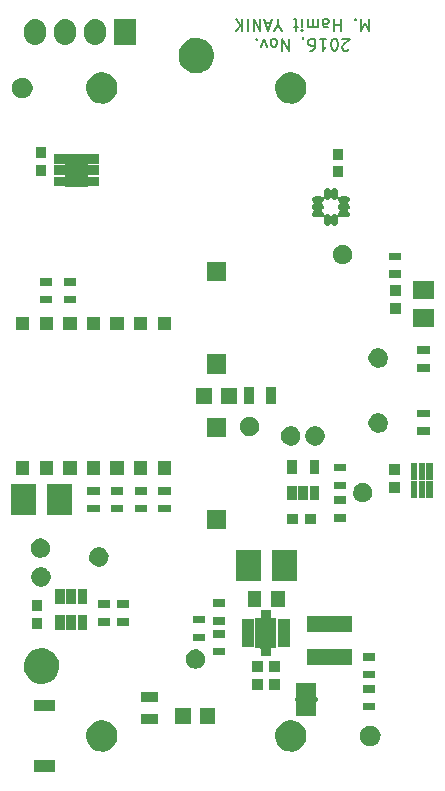
<source format=gts>
G04 #@! TF.FileFunction,Soldermask,Top*
%FSLAX46Y46*%
G04 Gerber Fmt 4.6, Leading zero omitted, Abs format (unit mm)*
G04 Created by KiCad (PCBNEW 4.0.4-stable) date 2016 December 21, Wednesday 22:04:00*
%MOMM*%
%LPD*%
G01*
G04 APERTURE LIST*
%ADD10C,0.100000*%
%ADD11C,0.400000*%
%ADD12C,0.150000*%
G04 APERTURE END LIST*
D10*
D11*
X24500000Y7300000D02*
X26050000Y7300000D01*
D12*
X28928571Y62322619D02*
X28880952Y62275000D01*
X28785714Y62227381D01*
X28547618Y62227381D01*
X28452380Y62275000D01*
X28404761Y62322619D01*
X28357142Y62417857D01*
X28357142Y62513095D01*
X28404761Y62655952D01*
X28976190Y63227381D01*
X28357142Y63227381D01*
X27738095Y62227381D02*
X27642856Y62227381D01*
X27547618Y62275000D01*
X27499999Y62322619D01*
X27452380Y62417857D01*
X27404761Y62608333D01*
X27404761Y62846429D01*
X27452380Y63036905D01*
X27499999Y63132143D01*
X27547618Y63179762D01*
X27642856Y63227381D01*
X27738095Y63227381D01*
X27833333Y63179762D01*
X27880952Y63132143D01*
X27928571Y63036905D01*
X27976190Y62846429D01*
X27976190Y62608333D01*
X27928571Y62417857D01*
X27880952Y62322619D01*
X27833333Y62275000D01*
X27738095Y62227381D01*
X26452380Y63227381D02*
X27023809Y63227381D01*
X26738095Y63227381D02*
X26738095Y62227381D01*
X26833333Y62370238D01*
X26928571Y62465476D01*
X27023809Y62513095D01*
X25595237Y62227381D02*
X25785714Y62227381D01*
X25880952Y62275000D01*
X25928571Y62322619D01*
X26023809Y62465476D01*
X26071428Y62655952D01*
X26071428Y63036905D01*
X26023809Y63132143D01*
X25976190Y63179762D01*
X25880952Y63227381D01*
X25690475Y63227381D01*
X25595237Y63179762D01*
X25547618Y63132143D01*
X25499999Y63036905D01*
X25499999Y62798810D01*
X25547618Y62703571D01*
X25595237Y62655952D01*
X25690475Y62608333D01*
X25880952Y62608333D01*
X25976190Y62655952D01*
X26023809Y62703571D01*
X26071428Y62798810D01*
X25023809Y63179762D02*
X25023809Y63227381D01*
X25071428Y63322619D01*
X25119047Y63370238D01*
X23833333Y63227381D02*
X23833333Y62227381D01*
X23261904Y63227381D01*
X23261904Y62227381D01*
X22642857Y63227381D02*
X22738095Y63179762D01*
X22785714Y63132143D01*
X22833333Y63036905D01*
X22833333Y62751190D01*
X22785714Y62655952D01*
X22738095Y62608333D01*
X22642857Y62560714D01*
X22499999Y62560714D01*
X22404761Y62608333D01*
X22357142Y62655952D01*
X22309523Y62751190D01*
X22309523Y63036905D01*
X22357142Y63132143D01*
X22404761Y63179762D01*
X22499999Y63227381D01*
X22642857Y63227381D01*
X21976190Y62560714D02*
X21738095Y63227381D01*
X21499999Y62560714D01*
X21119047Y63132143D02*
X21071428Y63179762D01*
X21119047Y63227381D01*
X21166666Y63179762D01*
X21119047Y63132143D01*
X21119047Y63227381D01*
X30619047Y64877381D02*
X30619047Y63877381D01*
X30285713Y64591667D01*
X29952380Y63877381D01*
X29952380Y64877381D01*
X29476190Y64782143D02*
X29428571Y64829762D01*
X29476190Y64877381D01*
X29523809Y64829762D01*
X29476190Y64782143D01*
X29476190Y64877381D01*
X28238095Y64877381D02*
X28238095Y63877381D01*
X28238095Y64353571D02*
X27666666Y64353571D01*
X27666666Y64877381D02*
X27666666Y63877381D01*
X26761904Y64877381D02*
X26761904Y64353571D01*
X26809523Y64258333D01*
X26904761Y64210714D01*
X27095238Y64210714D01*
X27190476Y64258333D01*
X26761904Y64829762D02*
X26857142Y64877381D01*
X27095238Y64877381D01*
X27190476Y64829762D01*
X27238095Y64734524D01*
X27238095Y64639286D01*
X27190476Y64544048D01*
X27095238Y64496429D01*
X26857142Y64496429D01*
X26761904Y64448810D01*
X26285714Y64877381D02*
X26285714Y64210714D01*
X26285714Y64305952D02*
X26238095Y64258333D01*
X26142857Y64210714D01*
X25999999Y64210714D01*
X25904761Y64258333D01*
X25857142Y64353571D01*
X25857142Y64877381D01*
X25857142Y64353571D02*
X25809523Y64258333D01*
X25714285Y64210714D01*
X25571428Y64210714D01*
X25476190Y64258333D01*
X25428571Y64353571D01*
X25428571Y64877381D01*
X24952381Y64877381D02*
X24952381Y64210714D01*
X24952381Y63877381D02*
X25000000Y63925000D01*
X24952381Y63972619D01*
X24904762Y63925000D01*
X24952381Y63877381D01*
X24952381Y63972619D01*
X24619048Y64210714D02*
X24238096Y64210714D01*
X24476191Y63877381D02*
X24476191Y64734524D01*
X24428572Y64829762D01*
X24333334Y64877381D01*
X24238096Y64877381D01*
X22952381Y64401190D02*
X22952381Y64877381D01*
X23285714Y63877381D02*
X22952381Y64401190D01*
X22619047Y63877381D01*
X22333333Y64591667D02*
X21857142Y64591667D01*
X22428571Y64877381D02*
X22095238Y63877381D01*
X21761904Y64877381D01*
X21428571Y64877381D02*
X21428571Y63877381D01*
X20857142Y64877381D01*
X20857142Y63877381D01*
X20380952Y64877381D02*
X20380952Y63877381D01*
X19904762Y64877381D02*
X19904762Y63877381D01*
X19333333Y64877381D02*
X19761905Y64305952D01*
X19333333Y63877381D02*
X19904762Y64448810D01*
D10*
G36*
X4070000Y1180000D02*
X2230000Y1180000D01*
X2230000Y2120000D01*
X4070000Y2120000D01*
X4070000Y1180000D01*
X4070000Y1180000D01*
G37*
G36*
X8138645Y5519123D02*
X8392225Y5467070D01*
X8630861Y5366757D01*
X8845471Y5222001D01*
X9027879Y5038315D01*
X9171133Y4822701D01*
X9269778Y4583371D01*
X9319991Y4329776D01*
X9319991Y4329767D01*
X9320057Y4329433D01*
X9315928Y4033760D01*
X9315852Y4033426D01*
X9315852Y4033414D01*
X9258580Y3781328D01*
X9153289Y3544841D01*
X9004071Y3333311D01*
X8816603Y3154789D01*
X8598040Y3016084D01*
X8356692Y2922470D01*
X8101762Y2877520D01*
X7842953Y2882941D01*
X7590119Y2938530D01*
X7352908Y3042165D01*
X7140341Y3189903D01*
X6960516Y3376118D01*
X6820289Y3593708D01*
X6724993Y3834396D01*
X6678262Y4089014D01*
X6681877Y4347852D01*
X6735697Y4601058D01*
X6837677Y4838993D01*
X6983927Y5052586D01*
X7168881Y5233707D01*
X7385489Y5375452D01*
X7625506Y5472424D01*
X7879783Y5520930D01*
X8138645Y5519123D01*
X8138645Y5519123D01*
G37*
G36*
X24138645Y5519123D02*
X24392225Y5467070D01*
X24630861Y5366757D01*
X24845471Y5222001D01*
X25027879Y5038315D01*
X25171133Y4822701D01*
X25269778Y4583371D01*
X25319991Y4329776D01*
X25319991Y4329767D01*
X25320057Y4329433D01*
X25315928Y4033760D01*
X25315852Y4033426D01*
X25315852Y4033414D01*
X25258580Y3781328D01*
X25153289Y3544841D01*
X25004071Y3333311D01*
X24816603Y3154789D01*
X24598040Y3016084D01*
X24356692Y2922470D01*
X24101762Y2877520D01*
X23842953Y2882941D01*
X23590119Y2938530D01*
X23352908Y3042165D01*
X23140341Y3189903D01*
X22960516Y3376118D01*
X22820289Y3593708D01*
X22724993Y3834396D01*
X22678262Y4089014D01*
X22681877Y4347852D01*
X22735697Y4601058D01*
X22837677Y4838993D01*
X22983927Y5052586D01*
X23168881Y5233707D01*
X23385489Y5375452D01*
X23625506Y5472424D01*
X23879783Y5520930D01*
X24138645Y5519123D01*
X24138645Y5519123D01*
G37*
G36*
X30821379Y5069422D02*
X30988513Y5035114D01*
X31145794Y4968999D01*
X31287242Y4873592D01*
X31407466Y4752525D01*
X31501884Y4610416D01*
X31566899Y4452677D01*
X31599971Y4285652D01*
X31599971Y4285647D01*
X31600038Y4285308D01*
X31597317Y4090432D01*
X31597239Y4090089D01*
X31597239Y4090087D01*
X31559519Y3924058D01*
X31490122Y3768191D01*
X31391775Y3628774D01*
X31268215Y3511110D01*
X31124163Y3419692D01*
X30965092Y3357991D01*
X30797071Y3328366D01*
X30626492Y3331938D01*
X30459850Y3368577D01*
X30303508Y3436881D01*
X30163407Y3534254D01*
X30044885Y3656987D01*
X29952463Y3800397D01*
X29889655Y3959033D01*
X29858854Y4126851D01*
X29861237Y4297449D01*
X29896709Y4464333D01*
X29963923Y4621155D01*
X30060315Y4761932D01*
X30182217Y4881308D01*
X30324982Y4974730D01*
X30483174Y5038644D01*
X30650765Y5070613D01*
X30821379Y5069422D01*
X30821379Y5069422D01*
G37*
G36*
X12720001Y5179999D02*
X11280001Y5179999D01*
X11280001Y6019999D01*
X12720001Y6019999D01*
X12720001Y5179999D01*
X12720001Y5179999D01*
G37*
G36*
X17618460Y5180560D02*
X16279580Y5180560D01*
X16279580Y6519440D01*
X17618460Y6519440D01*
X17618460Y5180560D01*
X17618460Y5180560D01*
G37*
G36*
X15520420Y5180560D02*
X14181540Y5180560D01*
X14181540Y6519440D01*
X15520420Y6519440D01*
X15520420Y5180560D01*
X15520420Y5180560D01*
G37*
G36*
X26170100Y5883800D02*
X24429900Y5883800D01*
X24429900Y7192200D01*
X26170100Y7192200D01*
X26170100Y5883800D01*
X26170100Y5883800D01*
G37*
G36*
X4070000Y6280000D02*
X2230000Y6280000D01*
X2230000Y7220000D01*
X4070000Y7220000D01*
X4070000Y6280000D01*
X4070000Y6280000D01*
G37*
G36*
X31155294Y6366747D02*
X30115294Y6366747D01*
X30115294Y7006747D01*
X31155294Y7006747D01*
X31155294Y6366747D01*
X31155294Y6366747D01*
G37*
G36*
X12720001Y7079999D02*
X11280001Y7079999D01*
X11280001Y7919999D01*
X12720001Y7919999D01*
X12720001Y7079999D01*
X12720001Y7079999D01*
G37*
G36*
X26170100Y7407800D02*
X24429900Y7407800D01*
X24429900Y8716200D01*
X26170100Y8716200D01*
X26170100Y7407800D01*
X26170100Y7407800D01*
G37*
G36*
X31155294Y7866747D02*
X30115294Y7866747D01*
X30115294Y8506747D01*
X31155294Y8506747D01*
X31155294Y7866747D01*
X31155294Y7866747D01*
G37*
G36*
X23128888Y8114567D02*
X22188888Y8114567D01*
X22188888Y9004567D01*
X23128888Y9004567D01*
X23128888Y8114567D01*
X23128888Y8114567D01*
G37*
G36*
X21628888Y8114567D02*
X20688888Y8114567D01*
X20688888Y9004567D01*
X21628888Y9004567D01*
X21628888Y8114567D01*
X21628888Y8114567D01*
G37*
G36*
X3057551Y11599003D02*
X3345710Y11539852D01*
X3616888Y11425860D01*
X3860766Y11261362D01*
X4068042Y11052634D01*
X4230834Y10807613D01*
X4342928Y10535650D01*
X4399999Y10247426D01*
X4399999Y10247412D01*
X4400064Y10247083D01*
X4395373Y9911090D01*
X4395297Y9910756D01*
X4395297Y9910745D01*
X4330203Y9624236D01*
X4210554Y9355500D01*
X4040992Y9115128D01*
X3827959Y8912260D01*
X3579591Y8754642D01*
X3305332Y8648262D01*
X3015638Y8597182D01*
X2721537Y8603342D01*
X2434229Y8666511D01*
X2164672Y8784278D01*
X1923112Y8952166D01*
X1718768Y9163770D01*
X1559419Y9411032D01*
X1451129Y9684541D01*
X1398025Y9973879D01*
X1402133Y10268014D01*
X1463293Y10555748D01*
X1579178Y10826128D01*
X1745372Y11068848D01*
X1955547Y11274667D01*
X2201692Y11435740D01*
X2474438Y11545937D01*
X2763390Y11601057D01*
X3057551Y11599003D01*
X3057551Y11599003D01*
G37*
G36*
X31155295Y9066745D02*
X30115295Y9066745D01*
X30115295Y9706745D01*
X31155295Y9706745D01*
X31155295Y9066745D01*
X31155295Y9066745D01*
G37*
G36*
X21628888Y9614562D02*
X20688888Y9614562D01*
X20688888Y10504562D01*
X21628888Y10504562D01*
X21628888Y9614562D01*
X21628888Y9614562D01*
G37*
G36*
X23128888Y9614562D02*
X22188888Y9614562D01*
X22188888Y10504562D01*
X23128888Y10504562D01*
X23128888Y9614562D01*
X23128888Y9614562D01*
G37*
G36*
X16036128Y11519456D02*
X16193656Y11487120D01*
X16341898Y11424805D01*
X16475217Y11334880D01*
X16588532Y11220771D01*
X16677525Y11086828D01*
X16738801Y10938157D01*
X16769970Y10780749D01*
X16769970Y10780739D01*
X16770036Y10780405D01*
X16767471Y10596729D01*
X16767395Y10596395D01*
X16767395Y10596384D01*
X16731846Y10439915D01*
X16666438Y10293007D01*
X16573743Y10161602D01*
X16457283Y10050700D01*
X16321511Y9964537D01*
X16171581Y9906382D01*
X16013217Y9878459D01*
X15852441Y9881826D01*
X15695375Y9916359D01*
X15548018Y9980738D01*
X15415969Y10072515D01*
X15304258Y10188195D01*
X15217148Y10323362D01*
X15157949Y10472881D01*
X15128919Y10631055D01*
X15131165Y10791848D01*
X15164598Y10949142D01*
X15227950Y11096951D01*
X15318802Y11229637D01*
X15433699Y11342153D01*
X15568258Y11430206D01*
X15717359Y11490447D01*
X15875318Y11520579D01*
X16036128Y11519456D01*
X16036128Y11519456D01*
G37*
G36*
X29225000Y10225000D02*
X25375000Y10225000D01*
X25375000Y11575000D01*
X29225000Y11575000D01*
X29225000Y10225000D01*
X29225000Y10225000D01*
G37*
G36*
X31155295Y10566745D02*
X30115295Y10566745D01*
X30115295Y11206745D01*
X31155295Y11206745D01*
X31155295Y10566745D01*
X31155295Y10566745D01*
G37*
G36*
X22360000Y14220000D02*
X22361980Y14206070D01*
X22367761Y14193244D01*
X22376888Y14182536D01*
X22388636Y14174794D01*
X22402076Y14170632D01*
X22410000Y14170000D01*
X22792960Y14170000D01*
X22792960Y11630000D01*
X22410000Y11630000D01*
X22396070Y11628020D01*
X22383244Y11622239D01*
X22372536Y11613112D01*
X22364794Y11601364D01*
X22360632Y11587924D01*
X22360000Y11580000D01*
X22360000Y10930000D01*
X21440000Y10930000D01*
X21440000Y11580000D01*
X21438020Y11593930D01*
X21432239Y11606756D01*
X21423112Y11617464D01*
X21411364Y11625206D01*
X21397924Y11629368D01*
X21390000Y11630000D01*
X21007040Y11630000D01*
X21007040Y14170000D01*
X21390000Y14170000D01*
X21403930Y14171980D01*
X21416756Y14177761D01*
X21427464Y14186888D01*
X21435206Y14198636D01*
X21439368Y14212076D01*
X21440000Y14220000D01*
X21440000Y14870000D01*
X22360000Y14870000D01*
X22360000Y14220000D01*
X22360000Y14220000D01*
G37*
G36*
X18443594Y11022822D02*
X17403594Y11022822D01*
X17403594Y11662822D01*
X18443594Y11662822D01*
X18443594Y11022822D01*
X18443594Y11022822D01*
G37*
G36*
X20895000Y11690000D02*
X19905000Y11690000D01*
X19905000Y14110000D01*
X20895000Y14110000D01*
X20895000Y11690000D01*
X20895000Y11690000D01*
G37*
G36*
X23895000Y11690000D02*
X22905000Y11690000D01*
X22905000Y14110000D01*
X23895000Y14110000D01*
X23895000Y11690000D01*
X23895000Y11690000D01*
G37*
G36*
X16743594Y12222821D02*
X15703594Y12222821D01*
X15703594Y12862821D01*
X16743594Y12862821D01*
X16743594Y12222821D01*
X16743594Y12222821D01*
G37*
G36*
X18443594Y12522822D02*
X17403594Y12522822D01*
X17403594Y13162822D01*
X18443594Y13162822D01*
X18443594Y12522822D01*
X18443594Y12522822D01*
G37*
G36*
X29225000Y13025000D02*
X25375000Y13025000D01*
X25375000Y14375000D01*
X29225000Y14375000D01*
X29225000Y13025000D01*
X29225000Y13025000D01*
G37*
G36*
X6745000Y13200000D02*
X5955000Y13200000D01*
X5955000Y14400000D01*
X6745000Y14400000D01*
X6745000Y13200000D01*
X6745000Y13200000D01*
G37*
G36*
X5795000Y13200000D02*
X5005000Y13200000D01*
X5005000Y14400000D01*
X5795000Y14400000D01*
X5795000Y13200000D01*
X5795000Y13200000D01*
G37*
G36*
X4845000Y13200000D02*
X4055000Y13200000D01*
X4055000Y14400000D01*
X4845000Y14400000D01*
X4845000Y13200000D01*
X4845000Y13200000D01*
G37*
G36*
X2945000Y13280000D02*
X2055000Y13280000D01*
X2055000Y14220000D01*
X2945000Y14220000D01*
X2945000Y13280000D01*
X2945000Y13280000D01*
G37*
G36*
X10316593Y13535847D02*
X9276593Y13535847D01*
X9276593Y14175847D01*
X10316593Y14175847D01*
X10316593Y13535847D01*
X10316593Y13535847D01*
G37*
G36*
X8711594Y13539178D02*
X7671594Y13539178D01*
X7671594Y14179178D01*
X8711594Y14179178D01*
X8711594Y13539178D01*
X8711594Y13539178D01*
G37*
G36*
X18443594Y13622821D02*
X17403594Y13622821D01*
X17403594Y14262821D01*
X18443594Y14262821D01*
X18443594Y13622821D01*
X18443594Y13622821D01*
G37*
G36*
X16743594Y13722821D02*
X15703594Y13722821D01*
X15703594Y14362821D01*
X16743594Y14362821D01*
X16743594Y13722821D01*
X16743594Y13722821D01*
G37*
G36*
X2945000Y14780000D02*
X2055000Y14780000D01*
X2055000Y15720000D01*
X2945000Y15720000D01*
X2945000Y14780000D01*
X2945000Y14780000D01*
G37*
G36*
X10316593Y15035847D02*
X9276593Y15035847D01*
X9276593Y15675847D01*
X10316593Y15675847D01*
X10316593Y15035847D01*
X10316593Y15035847D01*
G37*
G36*
X8711594Y15039178D02*
X7671594Y15039178D01*
X7671594Y15679178D01*
X8711594Y15679178D01*
X8711594Y15039178D01*
X8711594Y15039178D01*
G37*
G36*
X23493595Y15084566D02*
X22353595Y15084566D01*
X22353595Y16474566D01*
X23493595Y16474566D01*
X23493595Y15084566D01*
X23493595Y15084566D01*
G37*
G36*
X21493595Y15084566D02*
X20353595Y15084566D01*
X20353595Y16474566D01*
X21493595Y16474566D01*
X21493595Y15084566D01*
X21493595Y15084566D01*
G37*
G36*
X18443594Y15122821D02*
X17403594Y15122821D01*
X17403594Y15762821D01*
X18443594Y15762821D01*
X18443594Y15122821D01*
X18443594Y15122821D01*
G37*
G36*
X6745000Y15400000D02*
X5955000Y15400000D01*
X5955000Y16600000D01*
X6745000Y16600000D01*
X6745000Y15400000D01*
X6745000Y15400000D01*
G37*
G36*
X4845000Y15400000D02*
X4055000Y15400000D01*
X4055000Y16600000D01*
X4845000Y16600000D01*
X4845000Y15400000D01*
X4845000Y15400000D01*
G37*
G36*
X5795000Y15400000D02*
X5005000Y15400000D01*
X5005000Y16600000D01*
X5795000Y16600000D01*
X5795000Y15400000D01*
X5795000Y15400000D01*
G37*
G36*
X2936128Y18469456D02*
X3093656Y18437120D01*
X3241898Y18374805D01*
X3375217Y18284880D01*
X3488532Y18170771D01*
X3577525Y18036828D01*
X3638801Y17888157D01*
X3669970Y17730749D01*
X3669970Y17730739D01*
X3670036Y17730405D01*
X3667471Y17546729D01*
X3667395Y17546395D01*
X3667395Y17546384D01*
X3631846Y17389915D01*
X3566438Y17243007D01*
X3473743Y17111602D01*
X3357283Y17000700D01*
X3221511Y16914537D01*
X3071581Y16856382D01*
X2913217Y16828459D01*
X2752441Y16831826D01*
X2595375Y16866359D01*
X2448018Y16930738D01*
X2315969Y17022515D01*
X2204258Y17138195D01*
X2117148Y17273362D01*
X2057949Y17422881D01*
X2028919Y17581055D01*
X2031165Y17741848D01*
X2064598Y17899142D01*
X2127950Y18046951D01*
X2218802Y18179637D01*
X2333699Y18292153D01*
X2468258Y18380206D01*
X2617359Y18440447D01*
X2775318Y18470579D01*
X2936128Y18469456D01*
X2936128Y18469456D01*
G37*
G36*
X24492954Y17280320D02*
X22402234Y17280320D01*
X22402234Y19919680D01*
X24492954Y19919680D01*
X24492954Y17280320D01*
X24492954Y17280320D01*
G37*
G36*
X21444954Y17280320D02*
X19354234Y17280320D01*
X19354234Y19919680D01*
X21444954Y19919680D01*
X21444954Y17280320D01*
X21444954Y17280320D01*
G37*
G36*
X7836129Y20169456D02*
X7993657Y20137120D01*
X8141899Y20074805D01*
X8275218Y19984880D01*
X8388533Y19870771D01*
X8477526Y19736828D01*
X8538802Y19588157D01*
X8569971Y19430749D01*
X8569971Y19430739D01*
X8570037Y19430405D01*
X8567472Y19246729D01*
X8567396Y19246395D01*
X8567396Y19246384D01*
X8531847Y19089915D01*
X8466439Y18943007D01*
X8373744Y18811602D01*
X8257284Y18700700D01*
X8121512Y18614537D01*
X7971582Y18556382D01*
X7813218Y18528459D01*
X7652442Y18531826D01*
X7495376Y18566359D01*
X7348019Y18630738D01*
X7215970Y18722515D01*
X7104259Y18838195D01*
X7017149Y18973362D01*
X6957950Y19122881D01*
X6928920Y19281055D01*
X6931166Y19441848D01*
X6964599Y19599142D01*
X7027951Y19746951D01*
X7118803Y19879637D01*
X7233700Y19992153D01*
X7368259Y20080206D01*
X7517360Y20140447D01*
X7675319Y20170579D01*
X7836129Y20169456D01*
X7836129Y20169456D01*
G37*
G36*
X2886128Y20919456D02*
X3043656Y20887120D01*
X3191898Y20824805D01*
X3325217Y20734880D01*
X3438532Y20620771D01*
X3527525Y20486828D01*
X3588801Y20338157D01*
X3619970Y20180749D01*
X3619970Y20180739D01*
X3620036Y20180405D01*
X3617471Y19996729D01*
X3617395Y19996395D01*
X3617395Y19996384D01*
X3581846Y19839915D01*
X3516438Y19693007D01*
X3423743Y19561602D01*
X3307283Y19450700D01*
X3171511Y19364537D01*
X3021581Y19306382D01*
X2863217Y19278459D01*
X2702441Y19281826D01*
X2545375Y19316359D01*
X2398018Y19380738D01*
X2265969Y19472515D01*
X2154258Y19588195D01*
X2067148Y19723362D01*
X2007949Y19872881D01*
X1978919Y20031055D01*
X1981165Y20191848D01*
X2014598Y20349142D01*
X2077950Y20496951D01*
X2168802Y20629637D01*
X2283699Y20742153D01*
X2418258Y20830206D01*
X2567359Y20890447D01*
X2725318Y20920579D01*
X2886128Y20919456D01*
X2886128Y20919456D01*
G37*
G36*
X18520000Y21680000D02*
X16880000Y21680000D01*
X16880000Y23320000D01*
X18520000Y23320000D01*
X18520000Y21680000D01*
X18520000Y21680000D01*
G37*
G36*
X24620001Y22113761D02*
X23680001Y22113761D01*
X23680001Y23003761D01*
X24620001Y23003761D01*
X24620001Y22113761D01*
X24620001Y22113761D01*
G37*
G36*
X26120001Y22113761D02*
X25180001Y22113761D01*
X25180001Y23003761D01*
X26120001Y23003761D01*
X26120001Y22113761D01*
X26120001Y22113761D01*
G37*
G36*
X28670000Y22338763D02*
X27630000Y22338763D01*
X27630000Y22978763D01*
X28670000Y22978763D01*
X28670000Y22338763D01*
X28670000Y22338763D01*
G37*
G36*
X5469359Y22880321D02*
X3378639Y22880321D01*
X3378639Y25519681D01*
X5469359Y25519681D01*
X5469359Y22880321D01*
X5469359Y22880321D01*
G37*
G36*
X2421359Y22880321D02*
X330639Y22880321D01*
X330639Y25519681D01*
X2421359Y25519681D01*
X2421359Y22880321D01*
X2421359Y22880321D01*
G37*
G36*
X13820000Y23129999D02*
X12780000Y23129999D01*
X12780000Y23769999D01*
X13820000Y23769999D01*
X13820000Y23129999D01*
X13820000Y23129999D01*
G37*
G36*
X7819999Y23130000D02*
X6779999Y23130000D01*
X6779999Y23770000D01*
X7819999Y23770000D01*
X7819999Y23130000D01*
X7819999Y23130000D01*
G37*
G36*
X9819999Y23130001D02*
X8779999Y23130001D01*
X8779999Y23770001D01*
X9819999Y23770001D01*
X9819999Y23130001D01*
X9819999Y23130001D01*
G37*
G36*
X11819999Y23130001D02*
X10779999Y23130001D01*
X10779999Y23770001D01*
X11819999Y23770001D01*
X11819999Y23130001D01*
X11819999Y23130001D01*
G37*
G36*
X28670000Y23838763D02*
X27630000Y23838763D01*
X27630000Y24478763D01*
X28670000Y24478763D01*
X28670000Y23838763D01*
X28670000Y23838763D01*
G37*
G36*
X30186128Y25619456D02*
X30343656Y25587120D01*
X30491898Y25524805D01*
X30625217Y25434880D01*
X30738532Y25320771D01*
X30827525Y25186828D01*
X30888801Y25038157D01*
X30919970Y24880749D01*
X30919970Y24880739D01*
X30920036Y24880405D01*
X30917471Y24696729D01*
X30917395Y24696395D01*
X30917395Y24696384D01*
X30881846Y24539915D01*
X30816438Y24393007D01*
X30723743Y24261602D01*
X30607283Y24150700D01*
X30471511Y24064537D01*
X30321581Y24006382D01*
X30163217Y23978459D01*
X30002441Y23981826D01*
X29845375Y24016359D01*
X29698018Y24080738D01*
X29565969Y24172515D01*
X29454258Y24288195D01*
X29367148Y24423362D01*
X29307949Y24572881D01*
X29278919Y24731055D01*
X29281165Y24891848D01*
X29314598Y25049142D01*
X29377950Y25196951D01*
X29468802Y25329637D01*
X29583699Y25442153D01*
X29718258Y25530206D01*
X29867359Y25590447D01*
X30025318Y25620579D01*
X30186128Y25619456D01*
X30186128Y25619456D01*
G37*
G36*
X25445001Y24165543D02*
X24655001Y24165543D01*
X24655001Y25365543D01*
X25445001Y25365543D01*
X25445001Y24165543D01*
X25445001Y24165543D01*
G37*
G36*
X24495001Y24165543D02*
X23705001Y24165543D01*
X23705001Y25365543D01*
X24495001Y25365543D01*
X24495001Y24165543D01*
X24495001Y24165543D01*
G37*
G36*
X26395001Y24165543D02*
X25605001Y24165543D01*
X25605001Y25365543D01*
X26395001Y25365543D01*
X26395001Y24165543D01*
X26395001Y24165543D01*
G37*
G36*
X35370000Y24303333D02*
X34830000Y24303333D01*
X34830000Y25743333D01*
X35370000Y25743333D01*
X35370000Y24303333D01*
X35370000Y24303333D01*
G37*
G36*
X36020000Y24303333D02*
X35480000Y24303333D01*
X35480000Y25743333D01*
X36020000Y25743333D01*
X36020000Y24303333D01*
X36020000Y24303333D01*
G37*
G36*
X34720000Y24303333D02*
X34180000Y24303333D01*
X34180000Y25743333D01*
X34720000Y25743333D01*
X34720000Y24303333D01*
X34720000Y24303333D01*
G37*
G36*
X13820000Y24629999D02*
X12780000Y24629999D01*
X12780000Y25269999D01*
X13820000Y25269999D01*
X13820000Y24629999D01*
X13820000Y24629999D01*
G37*
G36*
X7819999Y24630000D02*
X6779999Y24630000D01*
X6779999Y25270000D01*
X7819999Y25270000D01*
X7819999Y24630000D01*
X7819999Y24630000D01*
G37*
G36*
X9819999Y24630001D02*
X8779999Y24630001D01*
X8779999Y25270001D01*
X9819999Y25270001D01*
X9819999Y24630001D01*
X9819999Y24630001D01*
G37*
G36*
X11819999Y24630001D02*
X10779999Y24630001D01*
X10779999Y25270001D01*
X11819999Y25270001D01*
X11819999Y24630001D01*
X11819999Y24630001D01*
G37*
G36*
X33245000Y24780000D02*
X32355000Y24780000D01*
X32355000Y25720000D01*
X33245000Y25720000D01*
X33245000Y24780000D01*
X33245000Y24780000D01*
G37*
G36*
X28670001Y25095543D02*
X27630001Y25095543D01*
X27630001Y25735543D01*
X28670001Y25735543D01*
X28670001Y25095543D01*
X28670001Y25095543D01*
G37*
G36*
X34720000Y25903333D02*
X34180000Y25903333D01*
X34180000Y27343333D01*
X34720000Y27343333D01*
X34720000Y25903333D01*
X34720000Y25903333D01*
G37*
G36*
X36020000Y25903333D02*
X35480000Y25903333D01*
X35480000Y27343333D01*
X36020000Y27343333D01*
X36020000Y25903333D01*
X36020000Y25903333D01*
G37*
G36*
X35370000Y25903333D02*
X34830000Y25903333D01*
X34830000Y27343333D01*
X35370000Y27343333D01*
X35370000Y25903333D01*
X35370000Y25903333D01*
G37*
G36*
X33245000Y26280000D02*
X32355000Y26280000D01*
X32355000Y27220000D01*
X33245000Y27220000D01*
X33245000Y26280000D01*
X33245000Y26280000D01*
G37*
G36*
X3870000Y26330000D02*
X2730000Y26330000D01*
X2730000Y27470000D01*
X3870000Y27470000D01*
X3870000Y26330000D01*
X3870000Y26330000D01*
G37*
G36*
X1870000Y26330000D02*
X730000Y26330000D01*
X730000Y27470000D01*
X1870000Y27470000D01*
X1870000Y26330000D01*
X1870000Y26330000D01*
G37*
G36*
X11870000Y26330000D02*
X10730000Y26330000D01*
X10730000Y27470000D01*
X11870000Y27470000D01*
X11870000Y26330000D01*
X11870000Y26330000D01*
G37*
G36*
X13870000Y26330000D02*
X12730000Y26330000D01*
X12730000Y27470000D01*
X13870000Y27470000D01*
X13870000Y26330000D01*
X13870000Y26330000D01*
G37*
G36*
X5870000Y26330000D02*
X4730000Y26330000D01*
X4730000Y27470000D01*
X5870000Y27470000D01*
X5870000Y26330000D01*
X5870000Y26330000D01*
G37*
G36*
X7870000Y26330000D02*
X6730000Y26330000D01*
X6730000Y27470000D01*
X7870000Y27470000D01*
X7870000Y26330000D01*
X7870000Y26330000D01*
G37*
G36*
X9870000Y26330000D02*
X8730000Y26330000D01*
X8730000Y27470000D01*
X9870000Y27470000D01*
X9870000Y26330000D01*
X9870000Y26330000D01*
G37*
G36*
X24495001Y26365543D02*
X23705001Y26365543D01*
X23705001Y27565543D01*
X24495001Y27565543D01*
X24495001Y26365543D01*
X24495001Y26365543D01*
G37*
G36*
X26395001Y26365543D02*
X25605001Y26365543D01*
X25605001Y27565543D01*
X26395001Y27565543D01*
X26395001Y26365543D01*
X26395001Y26365543D01*
G37*
G36*
X28670001Y26595543D02*
X27630001Y26595543D01*
X27630001Y27235543D01*
X28670001Y27235543D01*
X28670001Y26595543D01*
X28670001Y26595543D01*
G37*
G36*
X26136128Y30419456D02*
X26293656Y30387120D01*
X26441898Y30324805D01*
X26575217Y30234880D01*
X26688532Y30120771D01*
X26777525Y29986828D01*
X26838801Y29838157D01*
X26869970Y29680749D01*
X26869970Y29680740D01*
X26870036Y29680405D01*
X26867471Y29496729D01*
X26867395Y29496395D01*
X26867395Y29496384D01*
X26831846Y29339915D01*
X26766438Y29193007D01*
X26673743Y29061602D01*
X26557283Y28950700D01*
X26421511Y28864537D01*
X26271581Y28806382D01*
X26113217Y28778459D01*
X25952441Y28781826D01*
X25795375Y28816359D01*
X25648018Y28880738D01*
X25515969Y28972515D01*
X25404258Y29088195D01*
X25317148Y29223362D01*
X25257949Y29372881D01*
X25228919Y29531055D01*
X25231165Y29691848D01*
X25264598Y29849142D01*
X25327950Y29996951D01*
X25418802Y30129637D01*
X25533699Y30242153D01*
X25668258Y30330206D01*
X25817359Y30390447D01*
X25975318Y30420579D01*
X26136128Y30419456D01*
X26136128Y30419456D01*
G37*
G36*
X24086128Y30419456D02*
X24243656Y30387120D01*
X24391898Y30324805D01*
X24525217Y30234880D01*
X24638532Y30120771D01*
X24727525Y29986828D01*
X24788801Y29838157D01*
X24819970Y29680749D01*
X24819970Y29680740D01*
X24820036Y29680405D01*
X24817471Y29496729D01*
X24817395Y29496395D01*
X24817395Y29496384D01*
X24781846Y29339915D01*
X24716438Y29193007D01*
X24623743Y29061602D01*
X24507283Y28950700D01*
X24371511Y28864537D01*
X24221581Y28806382D01*
X24063217Y28778459D01*
X23902441Y28781826D01*
X23745375Y28816359D01*
X23598018Y28880738D01*
X23465969Y28972515D01*
X23354258Y29088195D01*
X23267148Y29223362D01*
X23207949Y29372881D01*
X23178919Y29531055D01*
X23181165Y29691848D01*
X23214598Y29849142D01*
X23277950Y29996951D01*
X23368802Y30129637D01*
X23483699Y30242153D01*
X23618258Y30330206D01*
X23767359Y30390447D01*
X23925318Y30420579D01*
X24086128Y30419456D01*
X24086128Y30419456D01*
G37*
G36*
X18520000Y29480000D02*
X16880000Y29480000D01*
X16880000Y31120000D01*
X18520000Y31120000D01*
X18520000Y29480000D01*
X18520000Y29480000D01*
G37*
G36*
X20586128Y31219456D02*
X20743656Y31187120D01*
X20891898Y31124805D01*
X21025217Y31034880D01*
X21138532Y30920771D01*
X21227525Y30786828D01*
X21288801Y30638157D01*
X21319970Y30480749D01*
X21319970Y30480739D01*
X21320036Y30480405D01*
X21317471Y30296729D01*
X21317395Y30296395D01*
X21317395Y30296384D01*
X21281846Y30139915D01*
X21216438Y29993007D01*
X21123743Y29861602D01*
X21007283Y29750700D01*
X20871511Y29664537D01*
X20721581Y29606382D01*
X20563217Y29578459D01*
X20402441Y29581826D01*
X20245375Y29616359D01*
X20098018Y29680738D01*
X19965969Y29772515D01*
X19854258Y29888195D01*
X19767148Y30023362D01*
X19707949Y30172881D01*
X19678919Y30331055D01*
X19681165Y30491848D01*
X19714598Y30649142D01*
X19777950Y30796951D01*
X19868802Y30929637D01*
X19983699Y31042153D01*
X20118258Y31130206D01*
X20267359Y31190447D01*
X20425318Y31220579D01*
X20586128Y31219456D01*
X20586128Y31219456D01*
G37*
G36*
X35769999Y29680001D02*
X34729999Y29680001D01*
X34729999Y30320001D01*
X35769999Y30320001D01*
X35769999Y29680001D01*
X35769999Y29680001D01*
G37*
G36*
X31486129Y31519455D02*
X31643657Y31487119D01*
X31791899Y31424804D01*
X31925218Y31334879D01*
X32038533Y31220770D01*
X32127526Y31086827D01*
X32188802Y30938156D01*
X32219971Y30780748D01*
X32219971Y30780738D01*
X32220037Y30780404D01*
X32217472Y30596728D01*
X32217396Y30596394D01*
X32217396Y30596383D01*
X32181847Y30439914D01*
X32116439Y30293006D01*
X32023744Y30161601D01*
X31907284Y30050699D01*
X31771512Y29964536D01*
X31621582Y29906381D01*
X31463218Y29878458D01*
X31302442Y29881825D01*
X31145376Y29916358D01*
X30998019Y29980737D01*
X30865970Y30072514D01*
X30754259Y30188194D01*
X30667149Y30323361D01*
X30607950Y30472880D01*
X30578920Y30631054D01*
X30581166Y30791847D01*
X30614599Y30949141D01*
X30677951Y31096950D01*
X30768803Y31229636D01*
X30883700Y31342152D01*
X31018259Y31430205D01*
X31167360Y31490446D01*
X31325319Y31520578D01*
X31486129Y31519455D01*
X31486129Y31519455D01*
G37*
G36*
X35769999Y31180001D02*
X34729999Y31180001D01*
X34729999Y31820001D01*
X35769999Y31820001D01*
X35769999Y31180001D01*
X35769999Y31180001D01*
G37*
G36*
X20870000Y32280000D02*
X20030000Y32280000D01*
X20030000Y33720000D01*
X20870000Y33720000D01*
X20870000Y32280000D01*
X20870000Y32280000D01*
G37*
G36*
X22770000Y32280000D02*
X21930000Y32280000D01*
X21930000Y33720000D01*
X22770000Y33720000D01*
X22770000Y32280000D01*
X22770000Y32280000D01*
G37*
G36*
X17320420Y32330560D02*
X15981540Y32330560D01*
X15981540Y33669440D01*
X17320420Y33669440D01*
X17320420Y32330560D01*
X17320420Y32330560D01*
G37*
G36*
X19418460Y32330560D02*
X18079580Y32330560D01*
X18079580Y33669440D01*
X19418460Y33669440D01*
X19418460Y32330560D01*
X19418460Y32330560D01*
G37*
G36*
X18520000Y34880000D02*
X16880000Y34880000D01*
X16880000Y36520000D01*
X18520000Y36520000D01*
X18520000Y34880000D01*
X18520000Y34880000D01*
G37*
G36*
X35770000Y35030000D02*
X34730000Y35030000D01*
X34730000Y35670000D01*
X35770000Y35670000D01*
X35770000Y35030000D01*
X35770000Y35030000D01*
G37*
G36*
X31486129Y37019456D02*
X31643657Y36987120D01*
X31791899Y36924805D01*
X31925218Y36834880D01*
X32038533Y36720771D01*
X32127526Y36586828D01*
X32188802Y36438157D01*
X32219971Y36280749D01*
X32219971Y36280739D01*
X32220037Y36280405D01*
X32217472Y36096729D01*
X32217396Y36096395D01*
X32217396Y36096384D01*
X32181847Y35939915D01*
X32116439Y35793007D01*
X32023744Y35661602D01*
X31907284Y35550700D01*
X31771512Y35464537D01*
X31621582Y35406382D01*
X31463218Y35378459D01*
X31302442Y35381826D01*
X31145376Y35416359D01*
X30998019Y35480738D01*
X30865970Y35572515D01*
X30754259Y35688195D01*
X30667149Y35823362D01*
X30607950Y35972881D01*
X30578920Y36131055D01*
X30581166Y36291848D01*
X30614599Y36449142D01*
X30677951Y36596951D01*
X30768803Y36729637D01*
X30883700Y36842153D01*
X31018259Y36930206D01*
X31167360Y36990447D01*
X31325319Y37020579D01*
X31486129Y37019456D01*
X31486129Y37019456D01*
G37*
G36*
X35770000Y36530000D02*
X34730000Y36530000D01*
X34730000Y37170000D01*
X35770000Y37170000D01*
X35770000Y36530000D01*
X35770000Y36530000D01*
G37*
G36*
X13870000Y38530000D02*
X12730000Y38530000D01*
X12730000Y39670000D01*
X13870000Y39670000D01*
X13870000Y38530000D01*
X13870000Y38530000D01*
G37*
G36*
X11870000Y38530000D02*
X10730000Y38530000D01*
X10730000Y39670000D01*
X11870000Y39670000D01*
X11870000Y38530000D01*
X11870000Y38530000D01*
G37*
G36*
X9870000Y38530000D02*
X8730000Y38530000D01*
X8730000Y39670000D01*
X9870000Y39670000D01*
X9870000Y38530000D01*
X9870000Y38530000D01*
G37*
G36*
X7870000Y38530000D02*
X6730000Y38530000D01*
X6730000Y39670000D01*
X7870000Y39670000D01*
X7870000Y38530000D01*
X7870000Y38530000D01*
G37*
G36*
X5870000Y38530000D02*
X4730000Y38530000D01*
X4730000Y39670000D01*
X5870000Y39670000D01*
X5870000Y38530000D01*
X5870000Y38530000D01*
G37*
G36*
X3870000Y38530000D02*
X2730000Y38530000D01*
X2730000Y39670000D01*
X3870000Y39670000D01*
X3870000Y38530000D01*
X3870000Y38530000D01*
G37*
G36*
X1870000Y38530000D02*
X730000Y38530000D01*
X730000Y39670000D01*
X1870000Y39670000D01*
X1870000Y38530000D01*
X1870000Y38530000D01*
G37*
G36*
X36120000Y38780000D02*
X34380000Y38780000D01*
X34380000Y40320000D01*
X36120000Y40320000D01*
X36120000Y38780000D01*
X36120000Y38780000D01*
G37*
G36*
X33295002Y39930000D02*
X32405002Y39930000D01*
X32405002Y40870000D01*
X33295002Y40870000D01*
X33295002Y39930000D01*
X33295002Y39930000D01*
G37*
G36*
X3820000Y40829999D02*
X2780000Y40829999D01*
X2780000Y41469999D01*
X3820000Y41469999D01*
X3820000Y40829999D01*
X3820000Y40829999D01*
G37*
G36*
X5820000Y40830001D02*
X4780000Y40830001D01*
X4780000Y41470001D01*
X5820000Y41470001D01*
X5820000Y40830001D01*
X5820000Y40830001D01*
G37*
G36*
X36120000Y41180000D02*
X34380000Y41180000D01*
X34380000Y42720000D01*
X36120000Y42720000D01*
X36120000Y41180000D01*
X36120000Y41180000D01*
G37*
G36*
X33295002Y41430000D02*
X32405002Y41430000D01*
X32405002Y42370000D01*
X33295002Y42370000D01*
X33295002Y41430000D01*
X33295002Y41430000D01*
G37*
G36*
X3820000Y42329999D02*
X2780000Y42329999D01*
X2780000Y42969999D01*
X3820000Y42969999D01*
X3820000Y42329999D01*
X3820000Y42329999D01*
G37*
G36*
X5820000Y42330001D02*
X4780000Y42330001D01*
X4780000Y42970001D01*
X5820000Y42970001D01*
X5820000Y42330001D01*
X5820000Y42330001D01*
G37*
G36*
X18520000Y42680000D02*
X16880000Y42680000D01*
X16880000Y44320000D01*
X18520000Y44320000D01*
X18520000Y42680000D01*
X18520000Y42680000D01*
G37*
G36*
X33370000Y42980000D02*
X32330000Y42980000D01*
X32330000Y43620000D01*
X33370000Y43620000D01*
X33370000Y42980000D01*
X33370000Y42980000D01*
G37*
G36*
X28486128Y45769456D02*
X28643656Y45737120D01*
X28791898Y45674805D01*
X28925217Y45584880D01*
X29038532Y45470771D01*
X29127525Y45336828D01*
X29188801Y45188157D01*
X29219970Y45030749D01*
X29219970Y45030739D01*
X29220036Y45030405D01*
X29217471Y44846729D01*
X29217395Y44846395D01*
X29217395Y44846384D01*
X29181846Y44689915D01*
X29116438Y44543007D01*
X29023743Y44411602D01*
X28907283Y44300700D01*
X28771511Y44214537D01*
X28621581Y44156382D01*
X28463217Y44128459D01*
X28302441Y44131826D01*
X28145375Y44166359D01*
X27998018Y44230738D01*
X27865969Y44322515D01*
X27754258Y44438195D01*
X27667148Y44573362D01*
X27607949Y44722881D01*
X27578919Y44881055D01*
X27581165Y45041848D01*
X27614598Y45199142D01*
X27677950Y45346951D01*
X27768802Y45479637D01*
X27883699Y45592153D01*
X28018258Y45680206D01*
X28167359Y45740447D01*
X28325318Y45770579D01*
X28486128Y45769456D01*
X28486128Y45769456D01*
G37*
G36*
X33370000Y44480000D02*
X32330000Y44480000D01*
X32330000Y45120000D01*
X33370000Y45120000D01*
X33370000Y44480000D01*
X33370000Y44480000D01*
G37*
G36*
X27755248Y50596810D02*
X27755262Y50596806D01*
X27755296Y50596802D01*
X27806567Y50580931D01*
X27853778Y50555404D01*
X27895132Y50521193D01*
X27929053Y50479602D01*
X27954250Y50432213D01*
X27969763Y50380833D01*
X27975000Y50327419D01*
X27975000Y49872581D01*
X27974973Y49868741D01*
X27968991Y49815405D01*
X27967521Y49810772D01*
X27965390Y49798058D01*
X27967023Y49784084D01*
X27972484Y49771117D01*
X27981342Y49760185D01*
X27992894Y49752154D01*
X28006226Y49747659D01*
X28020283Y49747056D01*
X28033951Y49750394D01*
X28046148Y49757407D01*
X28053559Y49764613D01*
X28078807Y49795132D01*
X28120398Y49829053D01*
X28167787Y49854250D01*
X28219167Y49869763D01*
X28272581Y49875000D01*
X28727450Y49875000D01*
X28728316Y49874994D01*
X28731259Y49874973D01*
X28784595Y49868991D01*
X28835753Y49852762D01*
X28882785Y49826906D01*
X28923899Y49792407D01*
X28957529Y49750580D01*
X28982395Y49703017D01*
X28997548Y49651530D01*
X28997551Y49651496D01*
X28997555Y49651483D01*
X29002415Y49598082D01*
X28996810Y49544752D01*
X28996806Y49544738D01*
X28996802Y49544704D01*
X28980931Y49493433D01*
X28955404Y49446222D01*
X28921193Y49404868D01*
X28879602Y49370947D01*
X28832213Y49345750D01*
X28831598Y49345564D01*
X28828652Y49343998D01*
X28817282Y49335711D01*
X28808671Y49324584D01*
X28803501Y49311499D01*
X28802181Y49297491D01*
X28804815Y49283671D01*
X28811196Y49271131D01*
X28820818Y49260866D01*
X28831681Y49255044D01*
X28831604Y49254904D01*
X28835156Y49252952D01*
X28835753Y49252762D01*
X28882785Y49226906D01*
X28923899Y49192407D01*
X28957529Y49150580D01*
X28982395Y49103017D01*
X28997548Y49051530D01*
X28997551Y49051496D01*
X28997555Y49051483D01*
X29002415Y48998082D01*
X28996810Y48944752D01*
X28996806Y48944738D01*
X28996802Y48944704D01*
X28980931Y48893433D01*
X28955404Y48846222D01*
X28921193Y48804868D01*
X28879602Y48770947D01*
X28832213Y48745750D01*
X28831598Y48745564D01*
X28828652Y48743998D01*
X28817282Y48735711D01*
X28808671Y48724584D01*
X28803501Y48711499D01*
X28802181Y48697491D01*
X28804815Y48683671D01*
X28811196Y48671131D01*
X28820818Y48660866D01*
X28831681Y48655044D01*
X28831604Y48654904D01*
X28835156Y48652952D01*
X28835753Y48652762D01*
X28882785Y48626906D01*
X28923899Y48592407D01*
X28957529Y48550580D01*
X28982395Y48503017D01*
X28997548Y48451530D01*
X28997551Y48451496D01*
X28997555Y48451483D01*
X29002415Y48398082D01*
X28996810Y48344752D01*
X28996806Y48344738D01*
X28996802Y48344704D01*
X28980931Y48293433D01*
X28955404Y48246222D01*
X28921193Y48204868D01*
X28879602Y48170947D01*
X28832213Y48145750D01*
X28780833Y48130237D01*
X28727419Y48125000D01*
X28272550Y48125000D01*
X28271684Y48125006D01*
X28268741Y48125027D01*
X28215405Y48131009D01*
X28164247Y48147238D01*
X28117215Y48173094D01*
X28076101Y48207593D01*
X28053485Y48235722D01*
X28043471Y48245096D01*
X28030928Y48251470D01*
X28017106Y48254097D01*
X28003099Y48252769D01*
X27990017Y48247591D01*
X27978895Y48238973D01*
X27970614Y48227599D01*
X27965830Y48214368D01*
X27964921Y48200327D01*
X27966621Y48191241D01*
X27969763Y48180833D01*
X27975000Y48127419D01*
X27975000Y47672581D01*
X27974973Y47668741D01*
X27968991Y47615405D01*
X27952762Y47564247D01*
X27926906Y47517215D01*
X27892407Y47476101D01*
X27850580Y47442471D01*
X27803017Y47417605D01*
X27751530Y47402452D01*
X27751496Y47402449D01*
X27751483Y47402445D01*
X27698082Y47397585D01*
X27644752Y47403190D01*
X27644738Y47403194D01*
X27644704Y47403198D01*
X27593433Y47419069D01*
X27546222Y47444596D01*
X27504868Y47478807D01*
X27470947Y47520398D01*
X27445750Y47567787D01*
X27445564Y47568402D01*
X27443998Y47571348D01*
X27435711Y47582718D01*
X27424584Y47591329D01*
X27411499Y47596499D01*
X27397491Y47597819D01*
X27383671Y47595185D01*
X27371131Y47588804D01*
X27360866Y47579182D01*
X27355044Y47568319D01*
X27354904Y47568396D01*
X27352952Y47564844D01*
X27352762Y47564247D01*
X27326906Y47517215D01*
X27292407Y47476101D01*
X27250580Y47442471D01*
X27203017Y47417605D01*
X27151530Y47402452D01*
X27151496Y47402449D01*
X27151483Y47402445D01*
X27098082Y47397585D01*
X27044752Y47403190D01*
X27044738Y47403194D01*
X27044704Y47403198D01*
X26993433Y47419069D01*
X26946222Y47444596D01*
X26904868Y47478807D01*
X26870947Y47520398D01*
X26845750Y47567787D01*
X26830237Y47619167D01*
X26825000Y47672581D01*
X26825000Y48127419D01*
X26825027Y48131259D01*
X26831009Y48184595D01*
X26832479Y48189228D01*
X26834610Y48201942D01*
X26832977Y48215916D01*
X26827516Y48228883D01*
X26818658Y48239815D01*
X26807106Y48247846D01*
X26793774Y48252341D01*
X26779717Y48252944D01*
X26766049Y48249606D01*
X26753852Y48242593D01*
X26746441Y48235387D01*
X26721193Y48204868D01*
X26679602Y48170947D01*
X26632213Y48145750D01*
X26580833Y48130237D01*
X26527419Y48125000D01*
X26072550Y48125000D01*
X26071684Y48125006D01*
X26068741Y48125027D01*
X26015405Y48131009D01*
X25964247Y48147238D01*
X25917215Y48173094D01*
X25876101Y48207593D01*
X25842471Y48249420D01*
X25817605Y48296983D01*
X25802452Y48348470D01*
X25802449Y48348504D01*
X25802445Y48348517D01*
X25797585Y48401918D01*
X25803190Y48455248D01*
X25803194Y48455262D01*
X25803198Y48455296D01*
X25819069Y48506567D01*
X25844596Y48553778D01*
X25878807Y48595132D01*
X25920398Y48629053D01*
X25967787Y48654250D01*
X25968402Y48654436D01*
X25971348Y48656002D01*
X25982718Y48664289D01*
X25991329Y48675416D01*
X25996499Y48688501D01*
X25997819Y48702509D01*
X25995185Y48716329D01*
X25988804Y48728869D01*
X25979182Y48739134D01*
X25968319Y48744956D01*
X25968396Y48745096D01*
X25964844Y48747048D01*
X25964247Y48747238D01*
X25917215Y48773094D01*
X25876101Y48807593D01*
X25842471Y48849420D01*
X25817605Y48896983D01*
X25802452Y48948470D01*
X25802449Y48948504D01*
X25802445Y48948517D01*
X25797585Y49001918D01*
X25803190Y49055248D01*
X25803194Y49055262D01*
X25803198Y49055296D01*
X25819069Y49106567D01*
X25844596Y49153778D01*
X25878807Y49195132D01*
X25920398Y49229053D01*
X25967787Y49254250D01*
X25968402Y49254436D01*
X25971348Y49256002D01*
X25982718Y49264289D01*
X25991329Y49275416D01*
X25996499Y49288501D01*
X25997346Y49297491D01*
X26602181Y49297491D01*
X26604815Y49283671D01*
X26611196Y49271131D01*
X26620818Y49260866D01*
X26631681Y49255044D01*
X26631604Y49254904D01*
X26635156Y49252952D01*
X26635753Y49252762D01*
X26682785Y49226906D01*
X26723899Y49192407D01*
X26757529Y49150580D01*
X26782395Y49103017D01*
X26797548Y49051530D01*
X26797551Y49051496D01*
X26797555Y49051483D01*
X26802415Y48998082D01*
X26796810Y48944752D01*
X26796806Y48944738D01*
X26796802Y48944704D01*
X26780931Y48893433D01*
X26755404Y48846222D01*
X26721193Y48804868D01*
X26679602Y48770947D01*
X26632213Y48745750D01*
X26631598Y48745564D01*
X26628652Y48743998D01*
X26617282Y48735711D01*
X26608671Y48724584D01*
X26603501Y48711499D01*
X26602181Y48697491D01*
X26604815Y48683671D01*
X26611196Y48671131D01*
X26620818Y48660866D01*
X26631681Y48655044D01*
X26631604Y48654904D01*
X26635156Y48652952D01*
X26635753Y48652762D01*
X26682785Y48626906D01*
X26723899Y48592407D01*
X26757529Y48550580D01*
X26782395Y48503017D01*
X26797548Y48451530D01*
X26797551Y48451496D01*
X26797555Y48451483D01*
X26802415Y48398082D01*
X26796809Y48344751D01*
X26796806Y48344741D01*
X26796802Y48344704D01*
X26795079Y48339136D01*
X26792858Y48325291D01*
X26794589Y48311329D01*
X26800141Y48298401D01*
X26809074Y48287531D01*
X26820683Y48279581D01*
X26834046Y48275180D01*
X26848107Y48274676D01*
X26861751Y48278109D01*
X26873899Y48285208D01*
X26880568Y48291693D01*
X26907593Y48323899D01*
X26949420Y48357529D01*
X26996983Y48382395D01*
X27048470Y48397548D01*
X27048504Y48397551D01*
X27048517Y48397555D01*
X27101918Y48402415D01*
X27155248Y48396810D01*
X27155262Y48396806D01*
X27155296Y48396802D01*
X27206567Y48380931D01*
X27253778Y48355404D01*
X27295132Y48321193D01*
X27329053Y48279602D01*
X27354250Y48232213D01*
X27354436Y48231598D01*
X27356002Y48228652D01*
X27364289Y48217282D01*
X27375416Y48208671D01*
X27388501Y48203501D01*
X27402509Y48202181D01*
X27416329Y48204815D01*
X27428869Y48211196D01*
X27439134Y48220818D01*
X27444956Y48231681D01*
X27445096Y48231604D01*
X27447048Y48235156D01*
X27447238Y48235753D01*
X27473094Y48282785D01*
X27507593Y48323899D01*
X27549420Y48357529D01*
X27596983Y48382395D01*
X27648470Y48397548D01*
X27648504Y48397551D01*
X27648517Y48397555D01*
X27701918Y48402415D01*
X27755248Y48396810D01*
X27755262Y48396806D01*
X27755296Y48396802D01*
X27806567Y48380931D01*
X27853778Y48355404D01*
X27895132Y48321193D01*
X27919405Y48291431D01*
X27929294Y48282303D01*
X27941881Y48276017D01*
X27955722Y48273487D01*
X27969719Y48274913D01*
X27982765Y48280182D01*
X27993826Y48288877D01*
X28002027Y48300310D01*
X28006718Y48313574D01*
X28007529Y48327620D01*
X28005682Y48337494D01*
X28002452Y48348470D01*
X28002449Y48348504D01*
X28002445Y48348517D01*
X27997585Y48401918D01*
X28003190Y48455248D01*
X28003194Y48455262D01*
X28003198Y48455296D01*
X28019069Y48506567D01*
X28044596Y48553778D01*
X28078807Y48595132D01*
X28120398Y48629053D01*
X28167787Y48654250D01*
X28168402Y48654436D01*
X28171348Y48656002D01*
X28182718Y48664289D01*
X28191329Y48675416D01*
X28196499Y48688501D01*
X28197819Y48702509D01*
X28195185Y48716329D01*
X28188804Y48728869D01*
X28179182Y48739134D01*
X28168319Y48744956D01*
X28168396Y48745096D01*
X28164844Y48747048D01*
X28164247Y48747238D01*
X28117215Y48773094D01*
X28076101Y48807593D01*
X28042471Y48849420D01*
X28017605Y48896983D01*
X28002452Y48948470D01*
X28002449Y48948504D01*
X28002445Y48948517D01*
X27997585Y49001918D01*
X28003190Y49055248D01*
X28003194Y49055262D01*
X28003198Y49055296D01*
X28019069Y49106567D01*
X28044596Y49153778D01*
X28078807Y49195132D01*
X28120398Y49229053D01*
X28167787Y49254250D01*
X28168402Y49254436D01*
X28171348Y49256002D01*
X28182718Y49264289D01*
X28191329Y49275416D01*
X28196499Y49288501D01*
X28197819Y49302509D01*
X28195185Y49316329D01*
X28188804Y49328869D01*
X28179182Y49339134D01*
X28168319Y49344956D01*
X28168396Y49345096D01*
X28164844Y49347048D01*
X28164247Y49347238D01*
X28117215Y49373094D01*
X28076101Y49407593D01*
X28042471Y49449420D01*
X28017605Y49496983D01*
X28002452Y49548470D01*
X28002449Y49548504D01*
X28002445Y49548517D01*
X27997585Y49601918D01*
X28003191Y49655249D01*
X28003194Y49655259D01*
X28003198Y49655296D01*
X28004921Y49660864D01*
X28007142Y49674709D01*
X28005411Y49688671D01*
X27999859Y49701599D01*
X27990926Y49712469D01*
X27979317Y49720419D01*
X27965954Y49724820D01*
X27951893Y49725324D01*
X27938249Y49721891D01*
X27926101Y49714792D01*
X27919432Y49708307D01*
X27892407Y49676101D01*
X27850580Y49642471D01*
X27803017Y49617605D01*
X27751530Y49602452D01*
X27751496Y49602449D01*
X27751483Y49602445D01*
X27698082Y49597585D01*
X27644752Y49603190D01*
X27644738Y49603194D01*
X27644704Y49603198D01*
X27593433Y49619069D01*
X27546222Y49644596D01*
X27504868Y49678807D01*
X27470947Y49720398D01*
X27445750Y49767787D01*
X27445564Y49768402D01*
X27443998Y49771348D01*
X27435711Y49782718D01*
X27424584Y49791329D01*
X27411499Y49796499D01*
X27397491Y49797819D01*
X27383671Y49795185D01*
X27371131Y49788804D01*
X27360866Y49779182D01*
X27355044Y49768319D01*
X27354904Y49768396D01*
X27352952Y49764844D01*
X27352762Y49764247D01*
X27326906Y49717215D01*
X27292407Y49676101D01*
X27250580Y49642471D01*
X27203017Y49617605D01*
X27151530Y49602452D01*
X27151496Y49602449D01*
X27151483Y49602445D01*
X27098082Y49597585D01*
X27044752Y49603190D01*
X27044738Y49603194D01*
X27044704Y49603198D01*
X26993433Y49619069D01*
X26946222Y49644596D01*
X26904868Y49678807D01*
X26880595Y49708569D01*
X26870706Y49717697D01*
X26858119Y49723983D01*
X26844278Y49726513D01*
X26830281Y49725087D01*
X26817235Y49719818D01*
X26806174Y49711123D01*
X26797973Y49699690D01*
X26793282Y49686426D01*
X26792471Y49672380D01*
X26794318Y49662506D01*
X26797548Y49651530D01*
X26797551Y49651496D01*
X26797555Y49651483D01*
X26802415Y49598082D01*
X26796810Y49544752D01*
X26796806Y49544738D01*
X26796802Y49544704D01*
X26780931Y49493433D01*
X26755404Y49446222D01*
X26721193Y49404868D01*
X26679602Y49370947D01*
X26632213Y49345750D01*
X26631598Y49345564D01*
X26628652Y49343998D01*
X26617282Y49335711D01*
X26608671Y49324584D01*
X26603501Y49311499D01*
X26602181Y49297491D01*
X25997346Y49297491D01*
X25997819Y49302509D01*
X25995185Y49316329D01*
X25988804Y49328869D01*
X25979182Y49339134D01*
X25968319Y49344956D01*
X25968396Y49345096D01*
X25964844Y49347048D01*
X25964247Y49347238D01*
X25917215Y49373094D01*
X25876101Y49407593D01*
X25842471Y49449420D01*
X25817605Y49496983D01*
X25802452Y49548470D01*
X25802449Y49548504D01*
X25802445Y49548517D01*
X25797585Y49601918D01*
X25803190Y49655248D01*
X25803194Y49655262D01*
X25803198Y49655296D01*
X25819069Y49706567D01*
X25844596Y49753778D01*
X25878807Y49795132D01*
X25920398Y49829053D01*
X25967787Y49854250D01*
X26019167Y49869763D01*
X26072581Y49875000D01*
X26527450Y49875000D01*
X26528316Y49874994D01*
X26531259Y49874973D01*
X26584595Y49868991D01*
X26635753Y49852762D01*
X26682785Y49826906D01*
X26723899Y49792407D01*
X26746515Y49764278D01*
X26756529Y49754904D01*
X26769072Y49748530D01*
X26782894Y49745903D01*
X26796901Y49747231D01*
X26809983Y49752409D01*
X26821105Y49761027D01*
X26829386Y49772401D01*
X26834170Y49785632D01*
X26835079Y49799673D01*
X26833379Y49808759D01*
X26830237Y49819167D01*
X26825000Y49872581D01*
X26825000Y50327419D01*
X26825027Y50331259D01*
X26831009Y50384595D01*
X26847238Y50435753D01*
X26873094Y50482785D01*
X26907593Y50523899D01*
X26949420Y50557529D01*
X26996983Y50582395D01*
X27048470Y50597548D01*
X27048504Y50597551D01*
X27048517Y50597555D01*
X27101918Y50602415D01*
X27155248Y50596810D01*
X27155262Y50596806D01*
X27155296Y50596802D01*
X27206567Y50580931D01*
X27253778Y50555404D01*
X27295132Y50521193D01*
X27329053Y50479602D01*
X27354250Y50432213D01*
X27354436Y50431598D01*
X27356002Y50428652D01*
X27364289Y50417282D01*
X27375416Y50408671D01*
X27388501Y50403501D01*
X27402509Y50402181D01*
X27416329Y50404815D01*
X27428869Y50411196D01*
X27439134Y50420818D01*
X27444956Y50431681D01*
X27445096Y50431604D01*
X27447048Y50435156D01*
X27447238Y50435753D01*
X27473094Y50482785D01*
X27507593Y50523899D01*
X27549420Y50557529D01*
X27596983Y50582395D01*
X27648470Y50597548D01*
X27648504Y50597551D01*
X27648517Y50597555D01*
X27701918Y50602415D01*
X27755248Y50596810D01*
X27755248Y50596810D01*
G37*
G36*
X6801980Y53486068D02*
X6807761Y53473242D01*
X6816888Y53462534D01*
X6828636Y53454792D01*
X6842076Y53450630D01*
X6850000Y53449998D01*
X7750000Y53449998D01*
X7750000Y52649998D01*
X6850000Y52649998D01*
X6836070Y52648018D01*
X6823244Y52642237D01*
X6812536Y52633110D01*
X6804794Y52621362D01*
X6800632Y52607922D01*
X6800000Y52599998D01*
X6800000Y52549998D01*
X6801980Y52536068D01*
X6807761Y52523242D01*
X6816888Y52512534D01*
X6828636Y52504792D01*
X6842076Y52500630D01*
X6850000Y52499998D01*
X7750000Y52499998D01*
X7750000Y51699998D01*
X6850000Y51699998D01*
X6836070Y51698018D01*
X6823244Y51692237D01*
X6812536Y51683110D01*
X6804794Y51671362D01*
X6800632Y51657922D01*
X6800000Y51649998D01*
X6800000Y51599998D01*
X6801980Y51586068D01*
X6807761Y51573242D01*
X6816888Y51562534D01*
X6828636Y51554792D01*
X6842076Y51550630D01*
X6850000Y51549998D01*
X7750000Y51549998D01*
X7750000Y50749998D01*
X6850000Y50749998D01*
X6836070Y50748018D01*
X6823244Y50742237D01*
X6812536Y50733110D01*
X6804794Y50721362D01*
X6800632Y50707922D01*
X6800000Y50699998D01*
X4900000Y50699998D01*
X4898020Y50713928D01*
X4892239Y50726754D01*
X4883112Y50737462D01*
X4871364Y50745204D01*
X4857924Y50749366D01*
X4850000Y50749998D01*
X3950000Y50749998D01*
X3950000Y51549998D01*
X4850000Y51549998D01*
X4863930Y51551978D01*
X4876756Y51557759D01*
X4887464Y51566886D01*
X4895206Y51578634D01*
X4899368Y51592074D01*
X4900000Y51599998D01*
X4900000Y51649998D01*
X4898020Y51663928D01*
X4892239Y51676754D01*
X4883112Y51687462D01*
X4871364Y51695204D01*
X4857924Y51699366D01*
X4850000Y51699998D01*
X3950000Y51699998D01*
X3950000Y52499998D01*
X4850000Y52499998D01*
X4863930Y52501978D01*
X4876756Y52507759D01*
X4887464Y52516886D01*
X4895206Y52528634D01*
X4899368Y52542074D01*
X4900000Y52549998D01*
X4900000Y52599998D01*
X4898020Y52613928D01*
X4892239Y52626754D01*
X4883112Y52637462D01*
X4871364Y52645204D01*
X4857924Y52649366D01*
X4850000Y52649998D01*
X3950000Y52649998D01*
X3950000Y53449998D01*
X4850000Y53449998D01*
X4863930Y53451978D01*
X4876756Y53457759D01*
X4887464Y53466886D01*
X4895206Y53478634D01*
X4899368Y53492074D01*
X4900000Y53499998D01*
X6800000Y53499998D01*
X6801980Y53486068D01*
X6801980Y53486068D01*
G37*
G36*
X28445000Y51480000D02*
X27555000Y51480000D01*
X27555000Y52420000D01*
X28445000Y52420000D01*
X28445000Y51480000D01*
X28445000Y51480000D01*
G37*
G36*
X3295000Y51630000D02*
X2405000Y51630000D01*
X2405000Y52570000D01*
X3295000Y52570000D01*
X3295000Y51630000D01*
X3295000Y51630000D01*
G37*
G36*
X28445000Y52980000D02*
X27555000Y52980000D01*
X27555000Y53920000D01*
X28445000Y53920000D01*
X28445000Y52980000D01*
X28445000Y52980000D01*
G37*
G36*
X3295000Y53130000D02*
X2405000Y53130000D01*
X2405000Y54070000D01*
X3295000Y54070000D01*
X3295000Y53130000D01*
X3295000Y53130000D01*
G37*
G36*
X8138645Y60379123D02*
X8392225Y60327070D01*
X8630861Y60226757D01*
X8845471Y60082001D01*
X9027879Y59898315D01*
X9171133Y59682701D01*
X9269778Y59443371D01*
X9319991Y59189776D01*
X9319991Y59189767D01*
X9320057Y59189433D01*
X9315928Y58893760D01*
X9315852Y58893426D01*
X9315852Y58893414D01*
X9258580Y58641328D01*
X9153289Y58404841D01*
X9004071Y58193311D01*
X8816603Y58014789D01*
X8598040Y57876084D01*
X8356692Y57782470D01*
X8101762Y57737520D01*
X7842953Y57742941D01*
X7590119Y57798530D01*
X7352908Y57902165D01*
X7140341Y58049903D01*
X6960516Y58236118D01*
X6820289Y58453708D01*
X6724993Y58694396D01*
X6678262Y58949014D01*
X6681877Y59207852D01*
X6735697Y59461058D01*
X6837677Y59698993D01*
X6983927Y59912586D01*
X7168881Y60093707D01*
X7385489Y60235452D01*
X7625506Y60332424D01*
X7879783Y60380930D01*
X8138645Y60379123D01*
X8138645Y60379123D01*
G37*
G36*
X24138645Y60379123D02*
X24392225Y60327070D01*
X24630861Y60226757D01*
X24845471Y60082001D01*
X25027879Y59898315D01*
X25171133Y59682701D01*
X25269778Y59443371D01*
X25319991Y59189776D01*
X25319991Y59189767D01*
X25320057Y59189433D01*
X25315928Y58893760D01*
X25315852Y58893426D01*
X25315852Y58893414D01*
X25258580Y58641328D01*
X25153289Y58404841D01*
X25004071Y58193311D01*
X24816603Y58014789D01*
X24598040Y57876084D01*
X24356692Y57782470D01*
X24101762Y57737520D01*
X23842953Y57742941D01*
X23590119Y57798530D01*
X23352908Y57902165D01*
X23140341Y58049903D01*
X22960516Y58236118D01*
X22820289Y58453708D01*
X22724993Y58694396D01*
X22678262Y58949014D01*
X22681877Y59207852D01*
X22735697Y59461058D01*
X22837677Y59698993D01*
X22983927Y59912586D01*
X23168881Y60093707D01*
X23385489Y60235452D01*
X23625506Y60332424D01*
X23879783Y60380930D01*
X24138645Y60379123D01*
X24138645Y60379123D01*
G37*
G36*
X1361379Y59929422D02*
X1528513Y59895114D01*
X1685794Y59828999D01*
X1827242Y59733592D01*
X1947466Y59612525D01*
X2041884Y59470416D01*
X2106899Y59312677D01*
X2139971Y59145652D01*
X2139971Y59145647D01*
X2140038Y59145308D01*
X2137317Y58950432D01*
X2137239Y58950089D01*
X2137239Y58950087D01*
X2099519Y58784058D01*
X2030122Y58628191D01*
X1931775Y58488774D01*
X1808215Y58371110D01*
X1664163Y58279692D01*
X1505092Y58217991D01*
X1337071Y58188366D01*
X1166492Y58191938D01*
X999850Y58228577D01*
X843508Y58296881D01*
X703407Y58394254D01*
X584885Y58516987D01*
X492463Y58660397D01*
X429655Y58819033D01*
X398854Y58986851D01*
X401237Y59157449D01*
X436709Y59324333D01*
X503923Y59481155D01*
X600315Y59621932D01*
X722217Y59741308D01*
X864982Y59834730D01*
X1023174Y59898644D01*
X1190765Y59930613D01*
X1361379Y59929422D01*
X1361379Y59929422D01*
G37*
G36*
X16157551Y63299003D02*
X16445710Y63239852D01*
X16716888Y63125860D01*
X16960766Y62961362D01*
X17168042Y62752634D01*
X17330834Y62507613D01*
X17442928Y62235650D01*
X17499999Y61947426D01*
X17499999Y61947412D01*
X17500064Y61947083D01*
X17495373Y61611090D01*
X17495297Y61610756D01*
X17495297Y61610745D01*
X17430203Y61324236D01*
X17310554Y61055500D01*
X17140992Y60815128D01*
X16927959Y60612260D01*
X16679591Y60454642D01*
X16405332Y60348262D01*
X16115638Y60297182D01*
X15821537Y60303342D01*
X15534229Y60366511D01*
X15264672Y60484278D01*
X15023112Y60652166D01*
X14818768Y60863770D01*
X14659419Y61111032D01*
X14551129Y61384541D01*
X14498025Y61673879D01*
X14502133Y61968014D01*
X14563293Y62255748D01*
X14679178Y62526128D01*
X14845372Y62768848D01*
X15055547Y62974667D01*
X15301692Y63135740D01*
X15574438Y63245937D01*
X15863390Y63301057D01*
X16157551Y63299003D01*
X16157551Y63299003D01*
G37*
G36*
X7637678Y64872194D02*
X7637692Y64872190D01*
X7637727Y64872186D01*
X7811786Y64818306D01*
X7972063Y64731644D01*
X8112456Y64615501D01*
X8227616Y64474301D01*
X8313157Y64313422D01*
X8365821Y64138992D01*
X8383601Y63957655D01*
X8383601Y63642345D01*
X8383510Y63629310D01*
X8363200Y63448239D01*
X8308106Y63274561D01*
X8220327Y63114892D01*
X8103207Y62975313D01*
X7961206Y62861142D01*
X7799734Y62776726D01*
X7624940Y62725282D01*
X7624906Y62725279D01*
X7624893Y62725275D01*
X7443485Y62708765D01*
X7262324Y62727806D01*
X7262310Y62727810D01*
X7262275Y62727814D01*
X7088216Y62781694D01*
X6927939Y62868356D01*
X6787546Y62984499D01*
X6672386Y63125699D01*
X6586845Y63286578D01*
X6534181Y63461008D01*
X6516401Y63642345D01*
X6516401Y63957655D01*
X6516492Y63970690D01*
X6536802Y64151761D01*
X6591896Y64325439D01*
X6679675Y64485108D01*
X6796795Y64624687D01*
X6938796Y64738858D01*
X7100268Y64823274D01*
X7275062Y64874718D01*
X7275096Y64874721D01*
X7275109Y64874725D01*
X7456517Y64891235D01*
X7637678Y64872194D01*
X7637678Y64872194D01*
G37*
G36*
X5097678Y64872194D02*
X5097692Y64872190D01*
X5097727Y64872186D01*
X5271786Y64818306D01*
X5432063Y64731644D01*
X5572456Y64615501D01*
X5687616Y64474301D01*
X5773157Y64313422D01*
X5825821Y64138992D01*
X5843601Y63957655D01*
X5843601Y63642345D01*
X5843510Y63629310D01*
X5823200Y63448239D01*
X5768106Y63274561D01*
X5680327Y63114892D01*
X5563207Y62975313D01*
X5421206Y62861142D01*
X5259734Y62776726D01*
X5084940Y62725282D01*
X5084906Y62725279D01*
X5084893Y62725275D01*
X4903485Y62708765D01*
X4722324Y62727806D01*
X4722310Y62727810D01*
X4722275Y62727814D01*
X4548216Y62781694D01*
X4387939Y62868356D01*
X4247546Y62984499D01*
X4132386Y63125699D01*
X4046845Y63286578D01*
X3994181Y63461008D01*
X3976401Y63642345D01*
X3976401Y63957655D01*
X3976492Y63970690D01*
X3996802Y64151761D01*
X4051896Y64325439D01*
X4139675Y64485108D01*
X4256795Y64624687D01*
X4398796Y64738858D01*
X4560268Y64823274D01*
X4735062Y64874718D01*
X4735096Y64874721D01*
X4735109Y64874725D01*
X4916517Y64891235D01*
X5097678Y64872194D01*
X5097678Y64872194D01*
G37*
G36*
X2557678Y64872194D02*
X2557692Y64872190D01*
X2557727Y64872186D01*
X2731786Y64818306D01*
X2892063Y64731644D01*
X3032456Y64615501D01*
X3147616Y64474301D01*
X3233157Y64313422D01*
X3285821Y64138992D01*
X3303601Y63957655D01*
X3303601Y63642345D01*
X3303510Y63629310D01*
X3283200Y63448239D01*
X3228106Y63274561D01*
X3140327Y63114892D01*
X3023207Y62975313D01*
X2881206Y62861142D01*
X2719734Y62776726D01*
X2544940Y62725282D01*
X2544906Y62725279D01*
X2544893Y62725275D01*
X2363485Y62708765D01*
X2182324Y62727806D01*
X2182310Y62727810D01*
X2182275Y62727814D01*
X2008216Y62781694D01*
X1847939Y62868356D01*
X1707546Y62984499D01*
X1592386Y63125699D01*
X1506845Y63286578D01*
X1454181Y63461008D01*
X1436401Y63642345D01*
X1436401Y63957655D01*
X1436492Y63970690D01*
X1456802Y64151761D01*
X1511896Y64325439D01*
X1599675Y64485108D01*
X1716795Y64624687D01*
X1858796Y64738858D01*
X2020268Y64823274D01*
X2195062Y64874718D01*
X2195096Y64874721D01*
X2195109Y64874725D01*
X2376517Y64891235D01*
X2557678Y64872194D01*
X2557678Y64872194D01*
G37*
G36*
X10923601Y62714000D02*
X9056401Y62714000D01*
X9056401Y64886000D01*
X10923601Y64886000D01*
X10923601Y62714000D01*
X10923601Y62714000D01*
G37*
M02*

</source>
